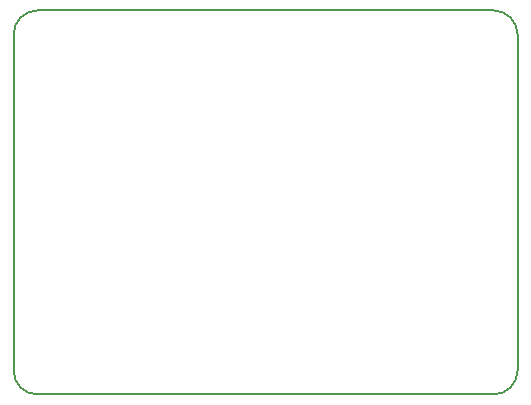
<source format=gbr>
G04 #@! TF.GenerationSoftware,KiCad,Pcbnew,5.0.0*
G04 #@! TF.CreationDate,2019-07-11T02:24:03-06:00*
G04 #@! TF.ProjectId,woose-tracker,776F6F73652D747261636B65722E6B69,1*
G04 #@! TF.SameCoordinates,Original*
G04 #@! TF.FileFunction,Profile,NP*
%FSLAX46Y46*%
G04 Gerber Fmt 4.6, Leading zero omitted, Abs format (unit mm)*
G04 Created by KiCad (PCBNEW 5.0.0) date Thu Jul 11 02:24:03 2019*
%MOMM*%
%LPD*%
G01*
G04 APERTURE LIST*
%ADD10C,0.150000*%
G04 APERTURE END LIST*
D10*
X50292000Y-65532000D02*
X88900000Y-65532000D01*
X88900000Y-33020000D02*
X50292000Y-33020000D01*
X90932000Y-63500000D02*
X90932000Y-35052000D01*
X48260000Y-35052000D02*
X48260000Y-63500000D01*
X88900000Y-65532000D02*
G75*
G03X90932000Y-63500000I0J2032000D01*
G01*
X50292000Y-33020000D02*
G75*
G03X48260000Y-35052000I0J-2032000D01*
G01*
X48260000Y-63500000D02*
G75*
G03X50292000Y-65532000I2032000J0D01*
G01*
X90932000Y-35052000D02*
G75*
G03X88900000Y-33020000I-2032000J0D01*
G01*
M02*

</source>
